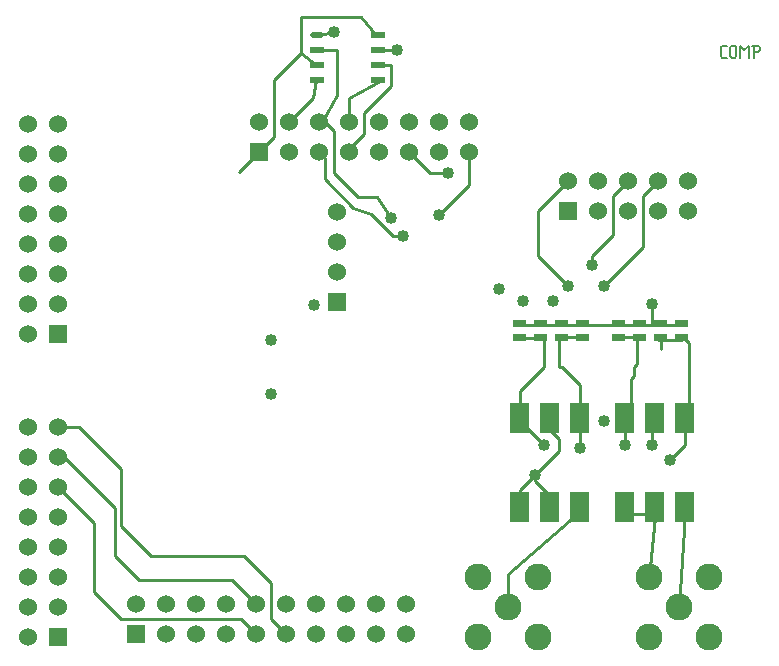
<source format=gbr>
G04 start of page 3 for group 1 idx 3
G04 Title: TX Daughterboard, component *
G04 Creator: pcb 20070208 *
G04 CreationDate: Mon Dec 24 21:52:14 2007 UTC *
G04 For: matt *
G04 Format: Gerber/RS-274X *
G04 PCB-Dimensions: 275000 250000 *
G04 PCB-Coordinate-Origin: lower left *
%MOIN*%
%FSLAX24Y24*%
%LNFRONT*%
%ADD11C,0.0100*%
%ADD12C,0.0060*%
%ADD13C,0.0600*%
%ADD14R,0.0600X0.0600*%
%ADD15C,0.0900*%
%ADD16C,0.0400*%
%ADD18C,0.0560*%
%ADD19C,0.1280*%
%ADD20C,0.0200*%
%ADD21R,0.0200X0.0200*%
%ADD22R,0.0240X0.0240*%
%ADD23R,0.0650X0.0650*%
G54D11*X8500Y1300D02*X8000Y1800D01*
X4000D01*
X8500Y2300D02*X7700Y3100D01*
X4600D01*
X8100Y3900D02*X5000D01*
X4000Y1800D02*X3100Y2700D01*
Y5000D01*
X1900Y6200D01*
X3800Y3900D02*Y5500D01*
X4000Y4900D02*Y6800D01*
X4600Y3100D02*X3800Y3900D01*
X5000D02*X4000Y4900D01*
X3800Y5500D02*X2100Y7200D01*
X4000Y6800D02*X2600Y8200D01*
X1900D01*
X2100Y7200D02*X1900D01*
X9500Y1300D02*X9000Y1800D01*
Y3000D01*
X8100Y3900D01*
X12350Y15279D02*X13079Y14550D01*
X11750Y15500D02*X12350Y15279D01*
X13400Y14550D02*X13050D01*
X10800Y17150D02*Y16450D01*
X11750Y15500D01*
X10600Y17350D02*X10800Y17150D01*
X11900Y15850D02*X11100Y16650D01*
X13000Y15150D02*X12550Y15850D01*
X11900D01*
X1800Y17300D02*X1900D01*
X10000Y21850D02*X12000D01*
X11100Y21350D02*X10600Y21250D01*
X10000Y20650D02*Y21850D01*
X11100Y18050D02*X10700Y18450D01*
X11600Y18350D02*Y19150D01*
X12100Y17950D02*Y18650D01*
X10700Y18350D02*X11200Y19250D01*
X9600Y18350D02*X10400Y19150D01*
X9100Y19750D02*Y17850D01*
X12000Y21850D02*X12500Y21250D01*
X13200Y20750D02*X12650D01*
X11600Y19150D02*X12700Y19750D01*
X12100Y18650D02*X13000Y19550D01*
Y20250D01*
X12700D01*
X11200Y19250D02*Y20750D01*
X10600D01*
X10400Y19150D02*X10500Y19750D01*
Y20250D02*X10000Y20650D01*
X9100Y19750D01*
X13600Y17350D02*X14300Y16650D01*
X14900D01*
X15600Y17350D02*Y16250D01*
X14600Y15250D01*
X11100Y16650D02*Y18050D01*
X11600Y17350D02*Y17450D01*
X12100Y17950D01*
X9100Y17850D02*X7940Y16690D01*
X18900Y12900D02*X17900Y13900D01*
Y15400D01*
X20100Y12900D02*X21400Y14200D01*
X19700Y13600D02*Y13900D01*
X20400Y14600D01*
X21400Y14200D02*Y15900D01*
X21900Y16400D01*
X20400Y14600D02*Y15900D01*
X20900Y16400D01*
X21700Y12300D02*Y11600D01*
X17900Y15400D02*X18900Y16400D01*
X17300Y9400D02*Y8900D01*
X16900Y2200D02*Y3300D01*
X17300Y5500D02*Y6100D01*
X18300Y8100D02*X18600Y7800D01*
X17500Y8200D02*X18100Y7600D01*
X18600Y7800D02*Y7400D01*
X18300Y7100D01*
X17300Y6100D02*X18100Y6900D01*
X18300Y7100D02*X18100Y6900D01*
X17800Y6600D02*Y6400D01*
X18300Y5900D01*
X16900Y3300D02*X19200Y5300D01*
X17220Y11150D02*X17950D01*
X18100Y11100D02*Y10200D01*
Y10250D02*Y10200D01*
X17300Y9400D01*
X17210Y11160D02*X17220Y11150D01*
X18600Y11200D02*X19300D01*
X18600Y11100D02*Y10200D01*
X18700D01*
X19300Y9600D01*
Y8700D01*
X18300Y8300D02*Y8100D01*
X20500Y11200D02*X21200D01*
Y11100D02*Y10400D01*
X21900Y11100D02*X22700D01*
X22000D02*Y10800D01*
X22950Y11000D02*Y8900D01*
X22790Y11160D02*X22950Y11000D01*
X21000Y8800D02*Y9800D01*
X21100Y9900D01*
Y10200D01*
X21200Y10300D02*Y10450D01*
X17300Y11600D02*X22700D01*
X21100Y10200D02*X21200Y10300D01*
X22800Y5300D02*X22600Y2200D01*
X22800Y8900D02*Y8850D01*
Y7600D02*Y8450D01*
X19300Y7500D02*Y8300D01*
X20800D02*Y7600D01*
X21700D02*Y8500D01*
X20700Y5300D02*X21800D01*
X21600Y3200D02*X21800Y5200D01*
X22300Y7100D02*X22800Y7600D01*
G54D12*X24050Y20500D02*X24200D01*
X24000Y20550D02*X24050Y20500D01*
X24000Y20850D02*Y20550D01*
Y20850D02*X24050Y20900D01*
X24200D01*
X24320Y20850D02*Y20550D01*
Y20850D02*X24370Y20900D01*
X24470D01*
X24520Y20850D01*
Y20550D01*
X24470Y20500D02*X24520Y20550D01*
X24370Y20500D02*X24470D01*
X24320Y20550D02*X24370Y20500D01*
X24640Y20900D02*Y20500D01*
Y20900D02*X24790Y20750D01*
X24940Y20900D01*
Y20500D01*
X25110Y20900D02*Y20500D01*
X25060Y20900D02*X25260D01*
X25310Y20850D01*
Y20750D01*
X25260Y20700D02*X25310Y20750D01*
X25110Y20700D02*X25260D01*
G54D13*X1900Y3200D03*
X900D03*
X1900Y4200D03*
X900D03*
G54D14*X1900Y1200D03*
G54D13*X900D03*
X1900Y2200D03*
X900D03*
X1900Y5200D03*
X900D03*
Y6200D03*
Y7200D03*
Y8200D03*
G54D14*X1900Y11300D03*
G54D13*Y12300D03*
Y13300D03*
Y14300D03*
Y15300D03*
Y16300D03*
X900Y11300D03*
Y12300D03*
Y13300D03*
Y14300D03*
Y15300D03*
Y16300D03*
X1900Y17300D03*
X900D03*
X1900Y18300D03*
X900D03*
X11200Y13350D03*
Y14350D03*
Y15350D03*
G54D14*X8600Y17350D03*
G54D13*Y18350D03*
X9600Y17350D03*
X10600D03*
X11600D03*
X9600Y18350D03*
X10600D03*
X11600D03*
X12600Y17350D03*
X13600D03*
X14600D03*
X15600D03*
X12600Y18350D03*
X13600D03*
X14600D03*
X15600D03*
X1900Y6200D03*
Y7200D03*
Y8200D03*
G54D14*X11200Y12350D03*
X18900Y15400D03*
G54D13*Y16400D03*
X19900Y15400D03*
Y16400D03*
X20900Y15400D03*
X21900D03*
X22900D03*
X20900Y16400D03*
X21900D03*
X22900D03*
G54D15*X16900Y2200D03*
X15900Y1200D03*
Y3200D03*
X17900Y1200D03*
X22600Y2200D03*
X21600Y1200D03*
X23600D03*
X17900Y3200D03*
X21600D03*
X23600D03*
G54D14*X4500Y1300D03*
G54D13*Y2300D03*
X5500Y1300D03*
Y2300D03*
X6500Y1300D03*
Y2300D03*
X7500Y1300D03*
Y2300D03*
X8500Y1300D03*
Y2300D03*
X9500Y1300D03*
X10500D03*
X11500D03*
X12500D03*
X13500D03*
X9500Y2300D03*
X10500D03*
X11500D03*
X12500D03*
X13500D03*
G54D16*X13200Y20750D03*
X11100Y21350D03*
X9000Y11100D03*
Y9300D03*
X10450Y12250D03*
X14900Y16650D03*
X14600Y15250D03*
X13000Y15150D03*
X13400Y14550D03*
X17400Y12400D03*
X18400D03*
X16600Y12800D03*
X18900Y12900D03*
X20100D03*
X19700Y13600D03*
X21700Y12300D03*
Y7600D03*
X19300Y7500D03*
X20800Y7600D03*
X18100D03*
X17800Y6600D03*
X22300Y7100D03*
X20100Y8400D03*
G54D20*X10410Y21250D02*X10690D01*
G54D21*X10410Y20750D02*X10690D01*
X10410Y20250D02*X10690D01*
X10410Y19750D02*X10690D01*
X12450D02*X12730D01*
X12450Y20250D02*X12730D01*
X12450Y20750D02*X12730D01*
X12450Y21250D02*X12730D01*
G54D22*X21910Y11160D02*X22090D01*
X21910Y11640D02*X22090D01*
X21210Y11160D02*X21390D01*
X21210Y11640D02*X21390D01*
G54D23*X22800Y8670D02*Y8320D01*
X21800Y8670D02*Y8320D01*
X20800Y8670D02*Y8320D01*
G54D22*X22610Y11160D02*X22790D01*
X22610Y11640D02*X22790D01*
X17210Y11160D02*X17390D01*
X17210Y11640D02*X17390D01*
X17910Y11160D02*X18090D01*
X17910Y11640D02*X18090D01*
G54D23*X17300Y5680D02*Y5330D01*
X18300Y5680D02*Y5330D01*
X19300Y5680D02*Y5330D01*
Y8670D02*Y8320D01*
X18300Y8670D02*Y8320D01*
X17300Y8670D02*Y8320D01*
G54D22*X18610Y11160D02*X18790D01*
X18610Y11640D02*X18790D01*
X19310Y11160D02*X19490D01*
X19310Y11640D02*X19490D01*
X20510Y11160D02*X20690D01*
X20510Y11640D02*X20690D01*
G54D23*X20800Y5680D02*Y5330D01*
X21800Y5680D02*Y5330D01*
X22800Y5680D02*Y5330D01*
G54D16*G54D18*G54D16*G54D13*G54D16*G54D19*G54D20*G54D19*G54D20*G54D19*G54D20*G54D19*G54D20*M02*

</source>
